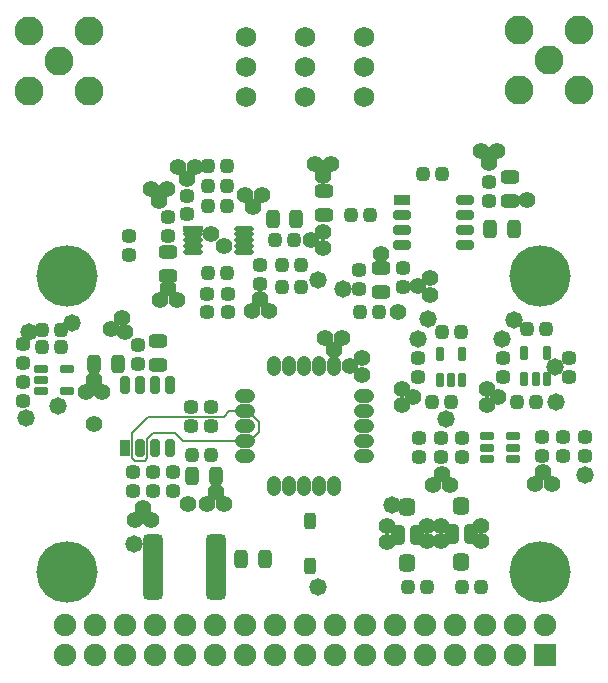
<source format=gts>
G04*
G04 #@! TF.GenerationSoftware,Altium Limited,Altium Designer,21.2.2 (38)*
G04*
G04 Layer_Color=8388736*
%FSLAX44Y44*%
%MOMM*%
G71*
G04*
G04 #@! TF.SameCoordinates,FBAD0861-C7C3-44E5-B471-CEE513BBFA7F*
G04*
G04*
G04 #@! TF.FilePolarity,Negative*
G04*
G01*
G75*
%ADD10C,0.2000*%
G04:AMPARAMS|DCode=11|XSize=1.1032mm|YSize=1.2032mm|CornerRadius=0.3266mm|HoleSize=0mm|Usage=FLASHONLY|Rotation=180.000|XOffset=0mm|YOffset=0mm|HoleType=Round|Shape=RoundedRectangle|*
%AMROUNDEDRECTD11*
21,1,1.1032,0.5500,0,0,180.0*
21,1,0.4500,1.2032,0,0,180.0*
1,1,0.6532,-0.2250,0.2750*
1,1,0.6532,0.2250,0.2750*
1,1,0.6532,0.2250,-0.2750*
1,1,0.6532,-0.2250,-0.2750*
%
%ADD11ROUNDEDRECTD11*%
G04:AMPARAMS|DCode=12|XSize=0.7532mm|YSize=1.2032mm|CornerRadius=0.2391mm|HoleSize=0mm|Usage=FLASHONLY|Rotation=270.000|XOffset=0mm|YOffset=0mm|HoleType=Round|Shape=RoundedRectangle|*
%AMROUNDEDRECTD12*
21,1,0.7532,0.7250,0,0,270.0*
21,1,0.2750,1.2032,0,0,270.0*
1,1,0.4782,-0.3625,-0.1375*
1,1,0.4782,-0.3625,0.1375*
1,1,0.4782,0.3625,0.1375*
1,1,0.4782,0.3625,-0.1375*
%
%ADD12ROUNDEDRECTD12*%
G04:AMPARAMS|DCode=13|XSize=1.1032mm|YSize=1.2032mm|CornerRadius=0.3266mm|HoleSize=0mm|Usage=FLASHONLY|Rotation=90.000|XOffset=0mm|YOffset=0mm|HoleType=Round|Shape=RoundedRectangle|*
%AMROUNDEDRECTD13*
21,1,1.1032,0.5500,0,0,90.0*
21,1,0.4500,1.2032,0,0,90.0*
1,1,0.6532,0.2750,0.2250*
1,1,0.6532,0.2750,-0.2250*
1,1,0.6532,-0.2750,-0.2250*
1,1,0.6532,-0.2750,0.2250*
%
%ADD13ROUNDEDRECTD13*%
G04:AMPARAMS|DCode=14|XSize=1.4532mm|YSize=1.4032mm|CornerRadius=0.4016mm|HoleSize=0mm|Usage=FLASHONLY|Rotation=90.000|XOffset=0mm|YOffset=0mm|HoleType=Round|Shape=RoundedRectangle|*
%AMROUNDEDRECTD14*
21,1,1.4532,0.6000,0,0,90.0*
21,1,0.6500,1.4032,0,0,90.0*
1,1,0.8032,0.3000,0.3250*
1,1,0.8032,0.3000,-0.3250*
1,1,0.8032,-0.3000,-0.3250*
1,1,0.8032,-0.3000,0.3250*
%
%ADD14ROUNDEDRECTD14*%
G04:AMPARAMS|DCode=15|XSize=1.7032mm|YSize=1.2032mm|CornerRadius=0.3516mm|HoleSize=0mm|Usage=FLASHONLY|Rotation=90.000|XOffset=0mm|YOffset=0mm|HoleType=Round|Shape=RoundedRectangle|*
%AMROUNDEDRECTD15*
21,1,1.7032,0.5000,0,0,90.0*
21,1,1.0000,1.2032,0,0,90.0*
1,1,0.7032,0.2500,0.5000*
1,1,0.7032,0.2500,-0.5000*
1,1,0.7032,-0.2500,-0.5000*
1,1,0.7032,-0.2500,0.5000*
%
%ADD15ROUNDEDRECTD15*%
G04:AMPARAMS|DCode=16|XSize=5.6032mm|YSize=1.7532mm|CornerRadius=0.4891mm|HoleSize=0mm|Usage=FLASHONLY|Rotation=270.000|XOffset=0mm|YOffset=0mm|HoleType=Round|Shape=RoundedRectangle|*
%AMROUNDEDRECTD16*
21,1,5.6032,0.7750,0,0,270.0*
21,1,4.6250,1.7532,0,0,270.0*
1,1,0.9782,-0.3875,-2.3125*
1,1,0.9782,-0.3875,2.3125*
1,1,0.9782,0.3875,2.3125*
1,1,0.9782,0.3875,-2.3125*
%
%ADD16ROUNDEDRECTD16*%
G04:AMPARAMS|DCode=17|XSize=1.7032mm|YSize=0.5032mm|CornerRadius=0.1766mm|HoleSize=0mm|Usage=FLASHONLY|Rotation=0.000|XOffset=0mm|YOffset=0mm|HoleType=Round|Shape=RoundedRectangle|*
%AMROUNDEDRECTD17*
21,1,1.7032,0.1500,0,0,0.0*
21,1,1.3500,0.5032,0,0,0.0*
1,1,0.3532,0.6750,-0.0750*
1,1,0.3532,-0.6750,-0.0750*
1,1,0.3532,-0.6750,0.0750*
1,1,0.3532,0.6750,0.0750*
%
%ADD17ROUNDEDRECTD17*%
%ADD18R,1.7032X0.5032*%
G04:AMPARAMS|DCode=19|XSize=1.1532mm|YSize=1.6032mm|CornerRadius=0.3391mm|HoleSize=0mm|Usage=FLASHONLY|Rotation=90.000|XOffset=0mm|YOffset=0mm|HoleType=Round|Shape=RoundedRectangle|*
%AMROUNDEDRECTD19*
21,1,1.1532,0.9250,0,0,90.0*
21,1,0.4750,1.6032,0,0,90.0*
1,1,0.6782,0.4625,0.2375*
1,1,0.6782,0.4625,-0.2375*
1,1,0.6782,-0.4625,-0.2375*
1,1,0.6782,-0.4625,0.2375*
%
%ADD19ROUNDEDRECTD19*%
G04:AMPARAMS|DCode=20|XSize=1.1532mm|YSize=1.6032mm|CornerRadius=0.3391mm|HoleSize=0mm|Usage=FLASHONLY|Rotation=0.000|XOffset=0mm|YOffset=0mm|HoleType=Round|Shape=RoundedRectangle|*
%AMROUNDEDRECTD20*
21,1,1.1532,0.9250,0,0,0.0*
21,1,0.4750,1.6032,0,0,0.0*
1,1,0.6782,0.2375,-0.4625*
1,1,0.6782,-0.2375,-0.4625*
1,1,0.6782,-0.2375,0.4625*
1,1,0.6782,0.2375,0.4625*
%
%ADD20ROUNDEDRECTD20*%
G04:AMPARAMS|DCode=21|XSize=1.524mm|YSize=0.8128mm|CornerRadius=0.254mm|HoleSize=0mm|Usage=FLASHONLY|Rotation=90.000|XOffset=0mm|YOffset=0mm|HoleType=Round|Shape=RoundedRectangle|*
%AMROUNDEDRECTD21*
21,1,1.5240,0.3048,0,0,90.0*
21,1,1.0160,0.8128,0,0,90.0*
1,1,0.5080,0.1524,0.5080*
1,1,0.5080,0.1524,-0.5080*
1,1,0.5080,-0.1524,-0.5080*
1,1,0.5080,-0.1524,0.5080*
%
%ADD21ROUNDEDRECTD21*%
%ADD22R,0.8128X1.4732*%
G04:AMPARAMS|DCode=23|XSize=1.524mm|YSize=0.8128mm|CornerRadius=0.254mm|HoleSize=0mm|Usage=FLASHONLY|Rotation=0.000|XOffset=0mm|YOffset=0mm|HoleType=Round|Shape=RoundedRectangle|*
%AMROUNDEDRECTD23*
21,1,1.5240,0.3048,0,0,0.0*
21,1,1.0160,0.8128,0,0,0.0*
1,1,0.5080,0.5080,-0.1524*
1,1,0.5080,-0.5080,-0.1524*
1,1,0.5080,-0.5080,0.1524*
1,1,0.5080,0.5080,0.1524*
%
%ADD23ROUNDEDRECTD23*%
G04:AMPARAMS|DCode=24|XSize=0.7532mm|YSize=1.2032mm|CornerRadius=0.2391mm|HoleSize=0mm|Usage=FLASHONLY|Rotation=0.000|XOffset=0mm|YOffset=0mm|HoleType=Round|Shape=RoundedRectangle|*
%AMROUNDEDRECTD24*
21,1,0.7532,0.7250,0,0,0.0*
21,1,0.2750,1.2032,0,0,0.0*
1,1,0.4782,0.1375,-0.3625*
1,1,0.4782,-0.1375,-0.3625*
1,1,0.4782,-0.1375,0.3625*
1,1,0.4782,0.1375,0.3625*
%
%ADD24ROUNDEDRECTD24*%
G04:AMPARAMS|DCode=25|XSize=1.4032mm|YSize=1.0032mm|CornerRadius=0.3016mm|HoleSize=0mm|Usage=FLASHONLY|Rotation=90.000|XOffset=0mm|YOffset=0mm|HoleType=Round|Shape=RoundedRectangle|*
%AMROUNDEDRECTD25*
21,1,1.4032,0.4000,0,0,90.0*
21,1,0.8000,1.0032,0,0,90.0*
1,1,0.6032,0.2000,0.4000*
1,1,0.6032,0.2000,-0.4000*
1,1,0.6032,-0.2000,-0.4000*
1,1,0.6032,-0.2000,0.4000*
%
%ADD25ROUNDEDRECTD25*%
%ADD26R,1.4732X0.8128*%
%ADD27O,1.2532X1.7032*%
%ADD28O,1.7032X1.2532*%
%ADD29C,1.9032*%
%ADD30R,1.9032X1.9032*%
%ADD31C,2.4652*%
%ADD32C,1.7272*%
%ADD33C,1.4732*%
%ADD34C,1.4032*%
%ADD35C,5.2032*%
D10*
X453300Y510700D02*
X462000Y502000D01*
X450200Y510700D02*
X453300D01*
X462000Y493000D02*
Y502000D01*
X454300Y485300D02*
X462000Y493000D01*
X450200Y485300D02*
X454300D01*
X437200Y510700D02*
X450200D01*
X432500Y506000D02*
X437200Y510700D01*
X368500Y506000D02*
X432500D01*
X398200Y485300D02*
X450200D01*
X372500Y492000D02*
X391500D01*
X367500Y487000D02*
X372500Y492000D01*
X391500D02*
X398200Y485300D01*
X355102Y492602D02*
X368500Y506000D01*
X355102Y471398D02*
Y492602D01*
X365500Y469000D02*
X367500Y471000D01*
Y487000D01*
X355102Y471398D02*
X357500Y469000D01*
X365500D01*
X484000Y617000D02*
X486000Y615000D01*
X488300Y544700D02*
Y548800D01*
X513700Y545700D02*
Y548800D01*
D11*
X294367Y579941D02*
D03*
X278367D02*
D03*
X294367Y564941D02*
D03*
X278367D02*
D03*
X435000Y701435D02*
D03*
X419000D02*
D03*
Y684435D02*
D03*
X435000D02*
D03*
X435000Y627435D02*
D03*
X419000D02*
D03*
X498000Y634435D02*
D03*
X482000D02*
D03*
X476000Y655435D02*
D03*
X492000D02*
D03*
X419000Y718435D02*
D03*
X435000D02*
D03*
X482000Y615565D02*
D03*
X498000D02*
D03*
X405500Y474000D02*
D03*
X421500D02*
D03*
X625000Y519000D02*
D03*
X697000D02*
D03*
X564000Y595000D02*
D03*
X609000Y519000D02*
D03*
X681000D02*
D03*
X604250Y362000D02*
D03*
X588250D02*
D03*
X650000D02*
D03*
X634000D02*
D03*
X617000Y578000D02*
D03*
X633000D02*
D03*
X689000Y580000D02*
D03*
X705000D02*
D03*
X617000Y712000D02*
D03*
X601000D02*
D03*
X556000Y677000D02*
D03*
X540000D02*
D03*
X548000Y595000D02*
D03*
D12*
X299574Y546676D02*
D03*
Y527676D02*
D03*
X277574D02*
D03*
Y537176D02*
D03*
Y546676D02*
D03*
X677000Y470500D02*
D03*
Y480000D02*
D03*
X655000D02*
D03*
X677000Y489500D02*
D03*
X655000D02*
D03*
Y470500D02*
D03*
D13*
X262500Y552000D02*
D03*
Y568000D02*
D03*
Y535500D02*
D03*
Y519500D02*
D03*
X352000Y659000D02*
D03*
Y643000D02*
D03*
X418000Y594435D02*
D03*
Y610435D02*
D03*
X463000Y618435D02*
D03*
Y634435D02*
D03*
X385000Y675435D02*
D03*
Y659435D02*
D03*
X436000Y594435D02*
D03*
Y610435D02*
D03*
X401000Y677435D02*
D03*
Y693435D02*
D03*
X355497Y458999D02*
D03*
Y442999D02*
D03*
X404500Y514000D02*
D03*
Y498000D02*
D03*
X389497Y442999D02*
D03*
Y458999D02*
D03*
X372497Y442999D02*
D03*
Y458999D02*
D03*
X359500Y551000D02*
D03*
Y567000D02*
D03*
X421500Y498000D02*
D03*
Y514000D02*
D03*
X584000Y632000D02*
D03*
X657000Y689000D02*
D03*
X597000Y556000D02*
D03*
X669000D02*
D03*
X738000Y473000D02*
D03*
X657000Y705000D02*
D03*
X584000Y616000D02*
D03*
X597000Y540000D02*
D03*
X598000Y472000D02*
D03*
X615998Y471999D02*
D03*
X669000Y540000D02*
D03*
X702000Y473000D02*
D03*
X720000D02*
D03*
X725000Y556000D02*
D03*
Y540000D02*
D03*
X634000Y488000D02*
D03*
Y472000D02*
D03*
X615998Y487999D02*
D03*
X598000Y488000D02*
D03*
X738000Y489000D02*
D03*
X720000D02*
D03*
X702000D02*
D03*
X547000Y630000D02*
D03*
Y614000D02*
D03*
D14*
X633500Y382750D02*
D03*
Y430250D02*
D03*
X588000Y382500D02*
D03*
Y430000D02*
D03*
D15*
X625500Y406500D02*
D03*
X641500D02*
D03*
X580000Y406250D02*
D03*
X596000D02*
D03*
D16*
X425500Y379000D02*
D03*
X372500D02*
D03*
D17*
X450000Y665435D02*
D03*
Y660435D02*
D03*
Y655435D02*
D03*
Y650435D02*
D03*
Y645435D02*
D03*
X406000D02*
D03*
Y650435D02*
D03*
Y655435D02*
D03*
Y660435D02*
D03*
D18*
Y665435D02*
D03*
D19*
X385000Y645435D02*
D03*
Y625435D02*
D03*
X376500Y570000D02*
D03*
Y550000D02*
D03*
X517000Y677000D02*
D03*
Y697000D02*
D03*
X566000Y632000D02*
D03*
X675000Y689000D02*
D03*
Y709000D02*
D03*
X566000Y612000D02*
D03*
D20*
X494000Y673435D02*
D03*
X474000D02*
D03*
X678000Y665000D02*
D03*
X658000D02*
D03*
X425500Y456000D02*
D03*
X405500D02*
D03*
X322500Y551000D02*
D03*
X342500D02*
D03*
X447000Y386000D02*
D03*
X467000D02*
D03*
D21*
X386550Y532670D02*
D03*
Y479330D02*
D03*
X348450Y532670D02*
D03*
X373850D02*
D03*
Y479330D02*
D03*
X361150Y532670D02*
D03*
Y479330D02*
D03*
D22*
X348450D02*
D03*
D23*
X583330Y651950D02*
D03*
X636670Y677350D02*
D03*
Y651950D02*
D03*
Y690050D02*
D03*
Y664650D02*
D03*
X583330D02*
D03*
Y677350D02*
D03*
D24*
X625000Y537000D02*
D03*
X696500Y538000D02*
D03*
X615500Y559000D02*
D03*
X687000Y560000D02*
D03*
X706000Y538000D02*
D03*
X634500Y559000D02*
D03*
Y537000D02*
D03*
X615500D02*
D03*
X706000Y560000D02*
D03*
X687000Y538000D02*
D03*
D25*
X505500Y379750D02*
D03*
Y417750D02*
D03*
D26*
X583330Y690050D02*
D03*
D27*
X487300Y548800D02*
D03*
X512700D02*
D03*
Y447200D02*
D03*
X487300D02*
D03*
X500000Y548800D02*
D03*
X474600D02*
D03*
Y447200D02*
D03*
X500000D02*
D03*
X525400D02*
D03*
Y548800D02*
D03*
D28*
X550800Y510700D02*
D03*
Y485300D02*
D03*
X450200Y510700D02*
D03*
X450200Y485300D02*
D03*
X450200Y472600D02*
D03*
Y523400D02*
D03*
X550800D02*
D03*
Y498000D02*
D03*
Y472600D02*
D03*
X450200Y498000D02*
D03*
D29*
X298000Y304000D02*
D03*
Y329400D02*
D03*
X374200Y304000D02*
D03*
Y329400D02*
D03*
X348800Y304000D02*
D03*
Y329400D02*
D03*
X323400D02*
D03*
Y304000D02*
D03*
X475800D02*
D03*
Y329400D02*
D03*
X450400Y304000D02*
D03*
Y329400D02*
D03*
X425000D02*
D03*
Y304000D02*
D03*
X399600Y329400D02*
D03*
Y304000D02*
D03*
X577400D02*
D03*
Y329400D02*
D03*
X552000Y304000D02*
D03*
Y329400D02*
D03*
X526600D02*
D03*
Y304000D02*
D03*
X501200Y329400D02*
D03*
Y304000D02*
D03*
X602800D02*
D03*
Y329400D02*
D03*
X628200Y304000D02*
D03*
Y329400D02*
D03*
X653600D02*
D03*
Y304000D02*
D03*
X679000Y329400D02*
D03*
Y304000D02*
D03*
X704400Y329400D02*
D03*
D30*
Y304000D02*
D03*
D31*
X733400Y833400D02*
D03*
Y782600D02*
D03*
X682600D02*
D03*
Y833400D02*
D03*
X318400Y832400D02*
D03*
Y781600D02*
D03*
X267600D02*
D03*
Y832400D02*
D03*
X708000Y808000D02*
D03*
X293000Y807000D02*
D03*
D32*
X551500Y776600D02*
D03*
Y802000D02*
D03*
Y827400D02*
D03*
X451500Y776600D02*
D03*
Y802000D02*
D03*
Y827400D02*
D03*
X501500Y776600D02*
D03*
Y802000D02*
D03*
Y827400D02*
D03*
D33*
X292500Y515000D02*
D03*
X303888Y585741D02*
D03*
X265000Y505000D02*
D03*
X267500Y577500D02*
D03*
X356500Y398000D02*
D03*
X512250Y362250D02*
D03*
X574500Y431500D02*
D03*
X713064Y548461D02*
D03*
X678000Y588000D02*
D03*
X605000Y589000D02*
D03*
X533000Y614000D02*
D03*
X512000Y622000D02*
D03*
X714000Y519000D02*
D03*
X621000Y504000D02*
D03*
X738000Y457000D02*
D03*
X668000Y572000D02*
D03*
X597000D02*
D03*
D34*
X336729Y580121D02*
D03*
X348750Y578000D02*
D03*
X346629Y590021D02*
D03*
X370997Y418999D02*
D03*
X363997Y428999D02*
D03*
X356997Y418999D02*
D03*
X650250Y401000D02*
D03*
Y414000D02*
D03*
X616500Y413500D02*
D03*
Y400500D02*
D03*
X655000Y516000D02*
D03*
Y530000D02*
D03*
X665000Y523000D02*
D03*
X593000D02*
D03*
X583000Y530000D02*
D03*
Y516000D02*
D03*
X703000Y459000D02*
D03*
X696000Y449000D02*
D03*
X710000D02*
D03*
X616997Y457999D02*
D03*
X609997Y447999D02*
D03*
X623997D02*
D03*
X571000Y413250D02*
D03*
Y400250D02*
D03*
X604750Y400750D02*
D03*
Y413750D02*
D03*
X322500Y500000D02*
D03*
X402500Y432000D02*
D03*
X580000Y595000D02*
D03*
X566000Y644000D02*
D03*
X689000Y690000D02*
D03*
X650000Y731000D02*
D03*
X664000D02*
D03*
X657000Y721000D02*
D03*
X607000Y623435D02*
D03*
Y609435D02*
D03*
X597000Y616435D02*
D03*
X516565Y710000D02*
D03*
X523565Y720000D02*
D03*
X509565D02*
D03*
X394000Y717435D02*
D03*
X401000Y707435D02*
D03*
X408000Y717435D02*
D03*
X470500Y595935D02*
D03*
X450500Y693935D02*
D03*
X464500D02*
D03*
X463500Y605935D02*
D03*
X422000Y660435D02*
D03*
X392500Y604935D02*
D03*
X433000Y650435D02*
D03*
X378500Y604935D02*
D03*
X385500Y614935D02*
D03*
X457500Y683935D02*
D03*
X456500Y595935D02*
D03*
X384661Y699162D02*
D03*
X370661D02*
D03*
X377661Y689162D02*
D03*
X549400Y541800D02*
D03*
X539400Y548800D02*
D03*
X549400Y555800D02*
D03*
X532400Y572800D02*
D03*
X525400Y562800D02*
D03*
X518400Y572800D02*
D03*
X516468Y648903D02*
D03*
X506468Y655903D02*
D03*
X516468Y662903D02*
D03*
X418500Y432000D02*
D03*
X425500Y442000D02*
D03*
X432500Y432000D02*
D03*
X315500Y527000D02*
D03*
X322500Y537000D02*
D03*
X329500Y527000D02*
D03*
D35*
X700000Y375000D02*
D03*
X300000Y375000D02*
D03*
Y625000D02*
D03*
X700000D02*
D03*
M02*

</source>
